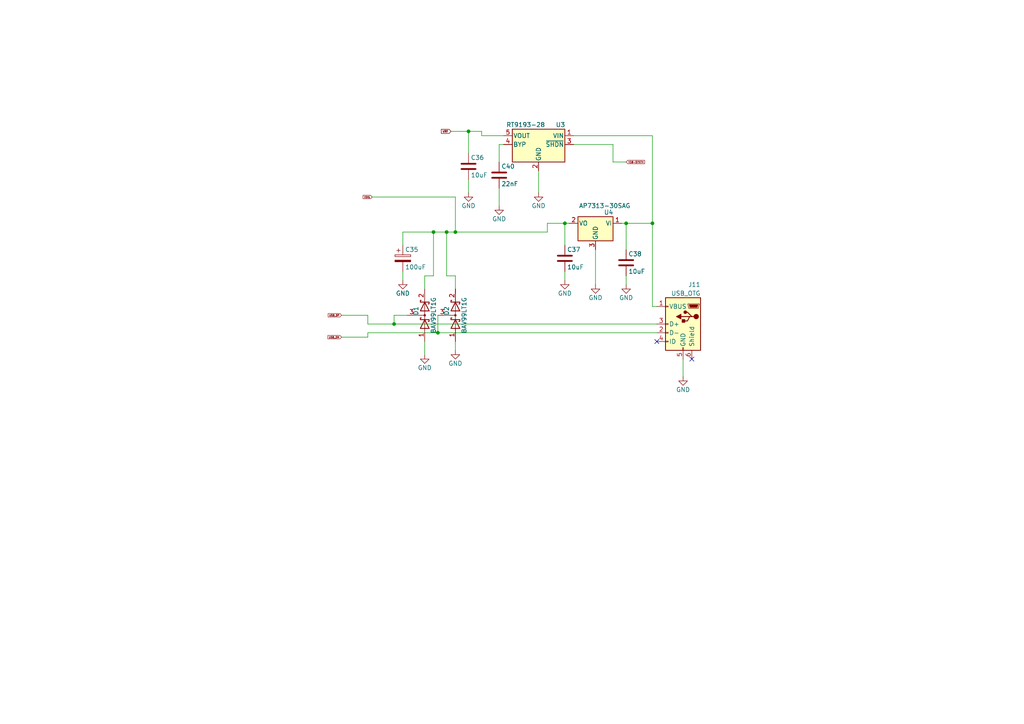
<source format=kicad_sch>
(kicad_sch (version 20211123) (generator eeschema)
  (paper "A4")
  (lib_symbols
    (symbol "Device:C" (pin_numbers hide) (pin_names (offset 0.254))
      (property "Reference" "C" (at 0.635 2.54 0))
      (property "Value" "C" (at 0.635 -2.54 0))
      (symbol "C_0_1"
        (polyline (pts (xy -2.032 -0.762) (xy 2.032 -0.762)) (stroke (width 0.508)))
        (polyline (pts (xy -2.032 0.762) (xy 2.032 0.762)) (stroke (width 0.508)))
      )
      (symbol "C_1_1"
        (pin passive line (at 0 3.81 270) (length 2.794) (name "~") (number "1"))
        (pin passive line (at 0 -3.81 90) (length 2.794) (name "~") (number "2"))
      )
    )
    (symbol "Device:CP" (pin_numbers hide) (pin_names (offset 0.254))
      (property "Reference" "C" (at 0.635 2.54 0))
      (property "Value" "Device_CP" (at 0.635 -2.54 0))
      (symbol "CP_0_1"
        (rectangle (start -2.286 0.508) (end 2.286 1.016))
        (polyline (pts (xy -1.778 2.286) (xy -0.762 2.286)))
        (polyline (pts (xy -1.27 2.794) (xy -1.27 1.778)))
        (rectangle (start 2.286 -0.508) (end -2.286 -1.016) (fill (type outline)))
      )
      (symbol "CP_1_1"
        (pin passive line (at 0 3.81 270) (length 2.794) (name "~") (number "1"))
        (pin passive line (at 0 -3.81 90) (length 2.794) (name "~") (number "2"))
      )
    )
    (symbol "Device:D_Schottky_x2_Serial_AKC" (pin_names (offset 0.762) hide)
      (property "Reference" "D" (at 1.27 -2.54 0))
      (property "Value" "Device_D_Schottky_x2_Serial_AKC" (at 0 2.54 0))
      (symbol "D_Schottky_x2_Serial_AKC_0_1"
        (polyline (pts (xy -3.81 0) (xy 3.81 0)))
        (polyline (pts (xy 0 0) (xy 0 -2.54)))
        (polyline (pts (xy 6.35 0) (xy 7.62 0)))
        (polyline (pts (xy -1.27 -1.27) (xy -1.27 1.27) (xy -1.27 1.27)) (stroke (width 0.254)))
        (polyline (pts (xy 3.81 1.27) (xy 3.81 -1.27) (xy 3.81 -1.27)) (stroke (width 0.254)))
        (polyline (pts (xy -1.27 -1.27) (xy -0.762 -1.27) (xy -0.762 -1.016) (xy -0.762 -1.016)) (stroke (width 0.254)))
        (polyline (pts (xy 3.81 -1.27) (xy 4.318 -1.27) (xy 4.318 -1.016) (xy 4.318 -1.016)) (stroke (width 0.254)))
        (polyline (pts (xy 3.81 1.27) (xy 3.302 1.27) (xy 3.302 1.016) (xy 3.302 1.016)) (stroke (width 0.254)))
        (polyline (pts (xy -1.778 1.016) (xy -1.778 1.27) (xy -1.27 1.27) (xy -1.27 1.27) (xy -1.27 1.27)) (stroke (width 0.254)))
        (polyline (pts (xy -3.81 1.27) (xy -1.27 0) (xy -3.81 -1.27) (xy -3.81 1.27) (xy -3.81 1.27) (xy -3.81 1.27)) (stroke (width 0.254)))
        (polyline (pts (xy 1.27 1.27) (xy 3.81 0) (xy 1.27 -1.27) (xy 1.27 1.27) (xy 1.27 1.27) (xy 1.27 1.27)) (stroke (width 0.254)))
        (circle (center 0 0) (radius 0.254) (fill (type outline)))
        (pin passive line (at -7.62 0 0) (length 3.81) (name "A") (number "1"))
        (pin passive line (at 7.62 0 180) (length 3.81) (name "K") (number "2"))
        (pin passive line (at 0 -5.08 90) (length 2.54) (name "common") (number "3"))
      )
    )
    (symbol "msisdr-rescue:APE8865NR-30-HF-3" (pin_names (offset 0.254))
      (property "Reference" "U" (at -3.81 3.175 0))
      (property "Value" "APE8865NR-30-HF-3" (at 0 3.175 0))
      (symbol "APE8865NR-30-HF-3_0_1"
        (rectangle (start -5.08 1.905) (end 5.08 -5.08) (stroke (width 0.254)) (fill (type background)))
      )
      (symbol "APE8865NR-30-HF-3_1_1"
        (pin power_in line (at -7.62 0 0) (length 2.54) (name "VI") (number "1"))
        (pin power_out line (at 7.62 0 180) (length 2.54) (name "VO") (number "2"))
        (pin power_in line (at 0 -7.62 90) (length 2.54) (name "GND") (number "3"))
      )
    )
    (symbol "msisdr-rescue:APE8865Y5-28-HF-3" (pin_names (offset 0.254))
      (property "Reference" "U" (at -6.35 5.715 0))
      (property "Value" "APE8865Y5-28-HF-3" (at -1.905 5.715 0))
      (symbol "APE8865Y5-28-HF-3_0_1"
        (rectangle (start -7.62 4.445) (end 7.62 -5.08) (stroke (width 0.254)) (fill (type background)))
      )
      (symbol "APE8865Y5-28-HF-3_1_1"
        (pin power_in line (at -10.16 2.54 0) (length 2.54) (name "VIN") (number "1"))
        (pin power_in line (at 0 -7.62 90) (length 2.54) (name "GND") (number "2"))
        (pin input line (at -10.16 0 0) (length 2.54) (name "~{SHDN}") (number "3"))
        (pin input line (at 10.16 0 180) (length 2.54) (name "BYP") (number "4"))
        (pin power_out line (at 10.16 2.54 180) (length 2.54) (name "VOUT") (number "5"))
      )
    )
    (symbol "msisdr-rescue:USB_OTG" (pin_names (offset 1.016))
      (property "Reference" "J" (at -5.08 11.43 0))
      (property "Value" "USB_OTG" (at -5.08 8.89 0))
      (symbol "USB_OTG_0_1"
        (rectangle (start -5.08 -7.62) (end 5.08 7.62) (stroke (width 0.254)) (fill (type background)))
        (circle (center -3.81 2.159) (radius 0.635) (stroke (width 0.254)) (fill (type outline)))
        (circle (center -0.635 3.429) (radius 0.381) (stroke (width 0.254)) (fill (type outline)))
        (rectangle (start -0.127 -7.62) (end 0.127 -6.858))
        (polyline (pts (xy -1.905 2.159) (xy 0.635 2.159)) (stroke (width 0.254)))
        (polyline (pts (xy -3.175 2.159) (xy -2.54 2.159) (xy -1.27 3.429) (xy -0.635 3.429)) (stroke (width 0.254)))
        (polyline (pts (xy -2.54 2.159) (xy -1.905 2.159) (xy -1.27 0.889) (xy 0 0.889)) (stroke (width 0.254)))
        (polyline (pts (xy 0.635 2.794) (xy 0.635 1.524) (xy 1.905 2.159) (xy 0.635 2.794)) (stroke (width 0.254)) (fill (type outline)))
        (polyline (pts (xy -4.318 5.588) (xy -1.778 5.588) (xy -2.032 4.826) (xy -4.064 4.826) (xy -4.318 5.588)) (fill (type outline)))
        (polyline (pts (xy -4.699 5.842) (xy -4.699 5.588) (xy -4.445 4.826) (xy -4.445 4.572) (xy -1.651 4.572) (xy -1.651 4.826) (xy -1.397 5.588) (xy -1.397 5.842) (xy -4.699 5.842)))
        (rectangle (start 0.254 1.27) (end -0.508 0.508) (stroke (width 0.254)) (fill (type outline)))
        (rectangle (start 5.08 -5.207) (end 4.318 -4.953))
        (rectangle (start 5.08 -2.667) (end 4.318 -2.413))
        (rectangle (start 5.08 -0.127) (end 4.318 0.127))
        (rectangle (start 5.08 4.953) (end 4.318 5.207))
      )
      (symbol "USB_OTG_1_1"
        (pin power_in line (at 7.62 5.08 180) (length 2.54) (name "VBUS") (number "1"))
        (pin passive line (at 7.62 -2.54 180) (length 2.54) (name "D-") (number "2"))
        (pin passive line (at 7.62 0 180) (length 2.54) (name "D+") (number "3"))
        (pin passive line (at 7.62 -5.08 180) (length 2.54) (name "ID") (number "4"))
        (pin power_in line (at 0 -10.16 90) (length 2.54) (name "GND") (number "5"))
        (pin passive line (at -2.54 -10.16 90) (length 2.54) (name "Shield") (number "6"))
      )
    )
    (symbol "power:GND" (power) (pin_names (offset 0))
      (property "Value" "GND" (at 0 -3.81 0))
      (symbol "GND_0_1"
        (polyline (pts (xy 0 0) (xy 0 -1.27) (xy 1.27 -1.27) (xy 0 -2.54) (xy -1.27 -1.27) (xy 0 -1.27)))
      )
      (symbol "GND_1_1"
        (pin power_in line (at 0 0 270) (length 0) hide (name "GND") (number "1"))
      )
    )
  )
  (junction (at 132.08 67.31))
  (junction (at 129.54 67.31))
  (junction (at 181.61 64.77))
  (junction (at 189.23 64.77))
  (junction (at 135.89 38.1))
  (junction (at 125.73 67.31))
  (junction (at 114.3 93.98))
  (junction (at 127 96.52))
  (junction (at 163.83 64.77))
  (no_connect (at 200.66 104.14))
  (no_connect (at 190.5 99.06))
  (wire (pts (xy 132.08 67.31) (xy 158.75 67.31)))
  (wire (pts (xy 181.61 64.77) (xy 189.23 64.77)))
  (wire (pts (xy 106.68 96.52) (xy 106.68 97.79)))
  (wire (pts (xy 125.73 80.01) (xy 123.19 80.01)))
  (wire (pts (xy 106.68 93.98) (xy 114.3 93.98)))
  (wire (pts (xy 125.73 67.31) (xy 125.73 80.01)))
  (wire (pts (xy 132.08 101.6) (xy 132.08 99.06)))
  (wire (pts (xy 189.23 88.9) (xy 190.5 88.9)))
  (wire (pts (xy 158.75 64.77) (xy 163.83 64.77)))
  (wire (pts (xy 158.75 67.31) (xy 158.75 64.77)))
  (wire (pts (xy 163.83 81.28) (xy 163.83 78.74)))
  (wire (pts (xy 177.8 46.99) (xy 177.8 41.91)))
  (wire (pts (xy 107.95 57.15) (xy 132.08 57.15)))
  (wire (pts (xy 114.3 93.98) (xy 190.5 93.98)))
  (wire (pts (xy 139.7 38.1) (xy 135.89 38.1)))
  (wire (pts (xy 177.8 41.91) (xy 166.37 41.91)))
  (wire (pts (xy 139.7 39.37) (xy 139.7 38.1)))
  (wire (pts (xy 123.19 102.87) (xy 123.19 99.06)))
  (wire (pts (xy 144.78 46.99) (xy 144.78 41.91)))
  (wire (pts (xy 181.61 82.55) (xy 181.61 80.01)))
  (wire (pts (xy 129.54 80.01) (xy 129.54 67.31)))
  (wire (pts (xy 125.73 67.31) (xy 129.54 67.31)))
  (wire (pts (xy 172.72 82.55) (xy 172.72 72.39)))
  (wire (pts (xy 181.61 46.99) (xy 177.8 46.99)))
  (wire (pts (xy 135.89 44.45) (xy 135.89 38.1)))
  (wire (pts (xy 106.68 96.52) (xy 127 96.52)))
  (wire (pts (xy 135.89 38.1) (xy 130.81 38.1)))
  (wire (pts (xy 129.54 67.31) (xy 132.08 67.31)))
  (wire (pts (xy 116.84 67.31) (xy 116.84 71.12)))
  (wire (pts (xy 198.12 109.22) (xy 198.12 104.14)))
  (wire (pts (xy 156.21 49.53) (xy 156.21 55.88)))
  (wire (pts (xy 106.68 97.79) (xy 99.06 97.79)))
  (wire (pts (xy 163.83 71.12) (xy 163.83 64.77)))
  (wire (pts (xy 106.68 93.98) (xy 106.68 91.44)))
  (wire (pts (xy 132.08 57.15) (xy 132.08 67.31)))
  (wire (pts (xy 163.83 64.77) (xy 165.1 64.77)))
  (wire (pts (xy 180.34 64.77) (xy 181.61 64.77)))
  (wire (pts (xy 118.11 91.44) (xy 114.3 91.44)))
  (wire (pts (xy 139.7 39.37) (xy 146.05 39.37)))
  (wire (pts (xy 114.3 91.44) (xy 114.3 93.98)))
  (wire (pts (xy 127 96.52) (xy 190.5 96.52)))
  (wire (pts (xy 106.68 91.44) (xy 99.06 91.44)))
  (wire (pts (xy 135.89 55.88) (xy 135.89 52.07)))
  (wire (pts (xy 116.84 81.28) (xy 116.84 78.74)))
  (wire (pts (xy 189.23 39.37) (xy 189.23 64.77)))
  (wire (pts (xy 127 91.44) (xy 127 96.52)))
  (wire (pts (xy 181.61 64.77) (xy 181.61 72.39)))
  (wire (pts (xy 144.78 54.61) (xy 144.78 59.69)))
  (wire (pts (xy 166.37 39.37) (xy 189.23 39.37)))
  (wire (pts (xy 132.08 80.01) (xy 129.54 80.01)))
  (wire (pts (xy 132.08 83.82) (xy 132.08 80.01)))
  (wire (pts (xy 144.78 41.91) (xy 146.05 41.91)))
  (wire (pts (xy 116.84 67.31) (xy 125.73 67.31)))
  (wire (pts (xy 189.23 64.77) (xy 189.23 88.9)))
  (wire (pts (xy 123.19 80.01) (xy 123.19 83.82)))
  (global_label "V18-SYNTH" (shape input) (at 181.61 46.99 0) (effects (font (size 0.508 0.508))) (property "Intersheet References" "${INTERSHEET_REFS}" (effects hide)))
  (global_label "VRF" (shape input) (at 130.81 38.1 180) (effects (font (size 0.6096 0.6096))) (property "Intersheet References" "${INTERSHEET_REFS}" (effects hide)))
  (global_label "VDIG" (shape input) (at 107.95 57.15 180) (effects (font (size 0.508 0.508))) (property "Intersheet References" "${INTERSHEET_REFS}" (effects hide)))
  (global_label "USB_DM" (shape input) (at 99.06 97.79 180) (effects (font (size 0.508 0.508))) (property "Intersheet References" "${INTERSHEET_REFS}" (effects hide)))
  (global_label "USB_DP" (shape input) (at 99.06 91.44 180) (effects (font (size 0.508 0.508))) (property "Intersheet References" "${INTERSHEET_REFS}" (effects hide)))
  (symbol (lib_id "power:GND") (at 123.19 102.87 0) (unit 1)
    (property "Reference" "#PWR40" (effects hide))
    (property "Value" "GND" (at 123.19 106.68 0))
  )
  (symbol (lib_id "power:GND") (at 132.08 101.6 0) (unit 1)
    (property "Reference" "#PWR41" (effects hide))
    (property "Value" "GND" (at 132.08 105.41 0))
  )
  (symbol (lib_id "power:GND") (at 116.84 81.28 0) (unit 1)
    (property "Reference" "#PWR39" (effects hide))
    (property "Value" "GND" (at 116.84 85.09 0))
  )
  (symbol (lib_id "Device:C") (at 181.61 76.2 0) (unit 1)
    (property "Reference" "C38" (at 182.245 73.66 0) (effects (justify left)))
    (property "Value" "10uF" (at 182.245 78.74 0) (effects (justify left)))
    (property "Footprint" "Capacitors_SMD:C_0805" (effects hide))
  )
  (symbol (lib_id "Device:C") (at 163.83 74.93 0) (unit 1)
    (property "Reference" "C37" (at 164.465 72.39 0) (effects (justify left)))
    (property "Value" "10uF" (at 164.465 77.47 0) (effects (justify left)))
    (property "Footprint" "Capacitors_SMD:C_0805" (effects hide))
  )
  (symbol (lib_id "power:GND") (at 172.72 82.55 0) (unit 1)
    (property "Reference" "#PWR46" (effects hide))
    (property "Value" "GND" (at 172.72 86.36 0))
  )
  (symbol (lib_id "power:GND") (at 163.83 81.28 0) (unit 1)
    (property "Reference" "#PWR45" (effects hide))
    (property "Value" "GND" (at 163.83 85.09 0))
  )
  (symbol (lib_id "power:GND") (at 181.61 82.55 0) (unit 1)
    (property "Reference" "#PWR47" (effects hide))
    (property "Value" "GND" (at 181.61 86.36 0))
  )
  (symbol (lib_id "power:GND") (at 156.21 55.88 0) (unit 1)
    (property "Reference" "#PWR44" (effects hide))
    (property "Value" "GND" (at 156.21 59.69 0))
  )
  (symbol (lib_id "Device:C") (at 135.89 48.26 0) (unit 1)
    (property "Reference" "C36" (at 136.525 45.72 0) (effects (justify left)))
    (property "Value" "10uF" (at 136.525 50.8 0) (effects (justify left)))
    (property "Footprint" "Capacitors_SMD:C_0805" (effects hide))
  )
  (symbol (lib_id "power:GND") (at 135.89 55.88 0) (unit 1)
    (property "Reference" "#PWR42" (effects hide))
    (property "Value" "GND" (at 135.89 59.69 0))
  )
  (symbol (lib_id "power:GND") (at 198.12 109.22 0) (unit 1)
    (property "Reference" "#PWR48" (effects hide))
    (property "Value" "GND" (at 198.12 113.03 0))
  )
  (symbol (lib_id "msisdr-rescue:USB_OTG") (at 198.12 93.98 0) (mirror y) (unit 1)
    (property "Reference" "J11" (at 203.2 82.55 0) (effects (justify left)))
    (property "Value" "USB_OTG" (at 203.2 85.09 0) (effects (justify left)))
    (property "Footprint" "Connectors:USB_Mini-B" (effects hide))
  )
  (symbol (lib_id "Device:CP") (at 116.84 74.93 0) (unit 1)
    (property "Reference" "C35" (at 117.475 72.39 0) (effects (justify left)))
    (property "Value" "100uF" (at 117.475 77.47 0) (effects (justify left)))
    (property "Footprint" "Capacitors_THT:CP_Radial_D5.0mm_P2.50mm" (effects hide))
  )
  (symbol (lib_id "msisdr-rescue:APE8865NR-30-HF-3") (at 172.72 64.77 0) (mirror y) (unit 1)
    (property "Reference" "U4" (at 176.53 61.595 0))
    (property "Value" "AP7313-30SAG" (at 182.88 59.69 0) (effects (justify left)))
    (property "Footprint" "TO_SOT_Packages_SMD:SOT-23" (effects hide))
  )
  (symbol (lib_id "msisdr-rescue:APE8865Y5-28-HF-3") (at 156.21 41.91 0) (mirror y) (unit 1)
    (property "Reference" "U3" (at 162.56 36.195 0))
    (property "Value" "RT9193-28" (at 158.115 36.195 0) (effects (justify left)))
    (property "Footprint" "TO_SOT_Packages_SMD:SOT-23-5" (effects hide))
  )
  (symbol (lib_id "Device:C") (at 144.78 50.8 0) (unit 1)
    (property "Reference" "C40" (at 145.415 48.26 0) (effects (justify left)))
    (property "Value" "22nF" (at 145.415 53.34 0) (effects (justify left)))
    (property "Footprint" "Capacitors_SMD:C_0603" (effects hide))
  )
  (symbol (lib_id "power:GND") (at 144.78 59.69 0) (unit 1)
    (property "Reference" "#PWR43" (effects hide))
    (property "Value" "GND" (at 144.78 63.5 0))
  )
  (symbol (lib_id "Device:D_Schottky_x2_Serial_AKC") (at 123.19 91.44 270) (mirror x) (unit 1)
    (property "Reference" "D1" (at 120.65 90.17 0))
    (property "Value" "BAV99LT1G" (at 125.73 91.44 0))
    (property "Footprint" "TO_SOT_Packages_SMD:SOT-23" (effects hide))
  )
  (symbol (lib_id "Device:D_Schottky_x2_Serial_AKC") (at 132.08 91.44 270) (mirror x) (unit 1)
    (property "Reference" "D2" (at 129.54 90.17 0))
    (property "Value" "BAV99LT1G" (at 134.62 91.44 0))
    (property "Footprint" "TO_SOT_Packages_SMD:SOT-23" (effects hide))
  )
)
</source>
